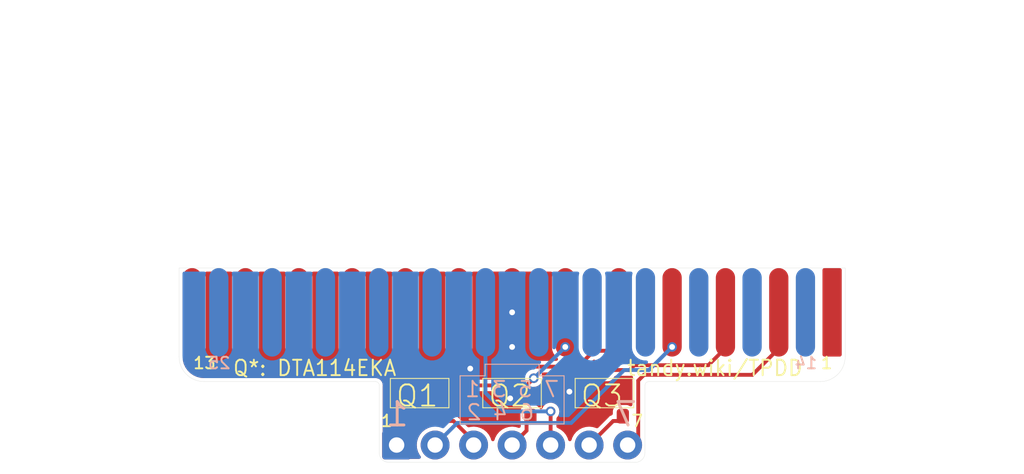
<source format=kicad_pcb>
(kicad_pcb (version 20221018) (generator pcbnew)
  (layers (0 "F.Cu" signal "Top") (31 "B.Cu" signal "Bottom") (34 "B.Paste" user) (35 "F.Paste" user) (36 "B.SilkS" user "B.Silkscreen") (37 "F.SilkS" user "F.Silkscreen") (38 "B.Mask" user) (39 "F.Mask" user) (44 "Edge.Cuts" user))
  (net 0 "")
  (net 1 "/TXD")
  (net 2 "/RXD_TTL")
  (net 3 "/DTR")
  (net 4 "/CTS_TTL")
  (net 5 "/DSR_TTL")
  (net 6 "/RTS")
  (net 7 "/GND")
  (net 8 "/DSR")
  (net 9 "/CTS")
  (net 10 "/RXD")
  (footprint "000_LOCAL:SC-59" (layer "F.Cu") (at 149.666 90.7315 90)
    (fp_text reference "Q3" (at 0.5 -1.3 unlocked) (layer "F.SilkS") (effects (font (size 1.1 1.1) (thickness 0.1)) (justify left top)))
    (fp_text value "DTA114EKA" hide)
    (fp_line (start -0.762 -1.524) (end -0.762 1.516) (stroke (width 0.0508)) (layer "F.SilkS"))
    (fp_line (start -0.762 -1.524) (end 0.762 -1.524) (stroke (width 0.0508)) (layer "F.SilkS"))
    (fp_line (start -0.762 1.516) (end 0.762 1.516) (stroke (width 0.0508)) (layer "F.SilkS"))
    (fp_line (start 0.762 -1.524) (end 0.762 1.516) (stroke (width 0.0508)) (layer "F.SilkS"))
    (pad "1" smd roundrect (at -1.2 -0.95 90) (size 0.762 0.635) (layers "F.Cu" "F.Paste" "F.Mask") (net 7 "/GND"))
    (pad "2" smd roundrect (at -1.2 0.95 90) (size 0.762 0.635) (layers "F.Cu" "F.Paste" "F.Mask") (net 2 "/RXD_TTL"))
    (pad "3" smd roundrect (at 1.2 0 90) (size 0.762 0.635) (layers "F.Cu" "F.Paste" "F.Mask") (net 10 "/RXD"))
  )
  (footprint "000_LOCAL:SC-59" (layer "F.Cu") (at 144.866 90.7315 90)
    (fp_text reference "Q2" (at 0.5 -1.3 unlocked) (layer "F.SilkS") (effects (font (size 1.1 1.1) (thickness 0.1)) (justify left top)))
    (fp_text value "DTA114EKA" hide)
    (fp_line (start -0.762 -1.524) (end -0.762 1.516) (stroke (width 0.0508)) (layer "F.SilkS"))
    (fp_line (start -0.762 -1.524) (end 0.762 -1.524) (stroke (width 0.0508)) (layer "F.SilkS"))
    (fp_line (start -0.762 1.516) (end 0.762 1.516) (stroke (width 0.0508)) (layer "F.SilkS"))
    (fp_line (start 0.762 -1.524) (end 0.762 1.516) (stroke (width 0.0508)) (layer "F.SilkS"))
    (pad "1" smd roundrect (at -1.2 -0.95 90) (size 0.762 0.635) (layers "F.Cu" "F.Paste" "F.Mask") (net 7 "/GND"))
    (pad "2" smd roundrect (at -1.2 0.95 90) (size 0.762 0.635) (layers "F.Cu" "F.Paste" "F.Mask") (net 4 "/CTS_TTL"))
    (pad "3" smd roundrect (at 1.2 0 90) (size 0.762 0.635) (layers "F.Cu" "F.Paste" "F.Mask") (net 9 "/CTS"))
  )
  (footprint "000_LOCAL:DSUB-25_Male_EdgeMount_P2.77mm" (layer "F.Cu") (at 144.866 86.0315 180)
    (fp_text reference "J2" hide)
    (fp_text value "DB25_Male" hide)
    (fp_text user "25" (at 15.85 -3.49) (layer "B.SilkS") (effects (font (size 0.6 0.6) (thickness 0.1)) (justify right bottom mirror)))
    (fp_text user "14" (at -14.62 -3.49) (layer "B.SilkS") (effects (font (size 0.6 0.6) (thickness 0.1)) (justify right bottom mirror)))
    (fp_text user "13" (at 15.34 -3.49) (layer "F.SilkS") (effects (font (size 0.6 0.6) (thickness 0.1)) (justify right bottom)))
    (fp_text user "1" (at -16.69 -3.49) (layer "F.SilkS") (effects (font (size 0.6 0.6) (thickness 0.1)) (justify right bottom)))
    (pad "1" smd roundrect (at -16.62 -0.5 180) (size 1 4.6) (layers "F.Cu" "F.Paste" "F.Mask") (roundrect_rratio 0.1))
    (pad "2" smd oval (at -13.85 -0.5 180) (size 1 4.6) (layers "F.Cu" "F.Paste" "F.Mask") (net 1 "/TXD"))
    (pad "3" smd oval (at -11.08 -0.5 180) (size 1 4.6) (layers "F.Cu" "F.Paste" "F.Mask") (net 10 "/RXD"))
    (pad "4" smd oval (at -8.31 -0.5 180) (size 1 4.6) (layers "F.Cu" "F.Paste" "F.Mask") (net 6 "/RTS"))
    (pad "5" smd oval (at -5.54 -0.5 180) (size 1 4.6) (layers "F.Cu" "F.Paste" "F.Mask") (net 9 "/CTS"))
    (pad "6" smd oval (at -2.77 -0.5 180) (size 1 4.6) (layers "F.Cu" "F.Paste" "F.Mask") (net 8 "/DSR"))
    (pad "7" smd oval (at 0 -0.5 180) (size 1 4.6) (layers "F.Cu" "F.Paste" "F.Mask") (net 7 "/GND"))
    (pad "8" smd oval (at 2.77 -0.5 180) (size 1 4.6) (layers "F.Cu" "F.Paste" "F.Mask"))
    (pad "9" smd oval (at 5.54 -0.5 180) (size 1 4.6) (layers "F.Cu" "F.Paste" "F.Mask"))
    (pad "10" smd oval (at 8.31 -0.5 180) (size 1 4.6) (layers "F.Cu" "F.Paste" "F.Mask"))
    (pad "11" smd oval (at 11.08 -0.5 180) (size 1 4.6) (layers "F.Cu" "F.Paste" "F.Mask"))
    (pad "12" smd oval (at 13.85 -0.5 180) (size 1 4.6) (layers "F.Cu" "F.Paste" "F.Mask"))
    (pad "13" smd oval (at 16.62 -0.5 180) (size 1 4.6) (layers "F.Cu" "F.Paste" "F.Mask"))
    (pad "14" smd oval (at -15.235 -0.5 180) (size 1 4.6) (layers "B.Cu" "B.Paste" "B.Mask"))
    (pad "15" smd oval (at -12.465 -0.5 180) (size 1 4.6) (layers "B.Cu" "B.Paste" "B.Mask"))
    (pad "16" smd oval (at -9.695 -0.5 180) (size 1 4.6) (layers "B.Cu" "B.Paste" "B.Mask"))
    (pad "17" smd oval (at -6.925 -0.5 180) (size 1 4.6) (layers "B.Cu" "B.Paste" "B.Mask"))
    (pad "18" smd oval (at -4.155 -0.5 180) (size 1 4.6) (layers "B.Cu" "B.Paste" "B.Mask"))
    (pad "19" smd oval (at -1.385 -0.5 180) (size 1 4.6) (layers "B.Cu" "B.Paste" "B.Mask"))
    (pad "20" smd oval (at 1.385 -0.5 180) (size 1 4.6) (layers "B.Cu" "B.Paste" "B.Mask") (net 3 "/DTR"))
    (pad "21" smd oval (at 4.155 -0.5 180) (size 1 4.6) (layers "B.Cu" "B.Paste" "B.Mask"))
    (pad "22" smd oval (at 6.925 -0.5 180) (size 1 4.6) (layers "B.Cu" "B.Paste" "B.Mask"))
    (pad "23" smd oval (at 9.695 -0.5 180) (size 1 4.6) (layers "B.Cu" "B.Paste" "B.Mask"))
    (pad "24" smd oval (at 12.465 -0.5 180) (size 1 4.6) (layers "B.Cu" "B.Paste" "B.Mask"))
    (pad "25" smd oval (at 15.235 -0.5 180) (size 1 4.6) (layers "B.Cu" "B.Paste" "B.Mask"))
  )
  (footprint "000_LOCAL:pins_1x7_2mm" (layer "F.Cu") (at 144.866 93.4315)
    (fp_text reference "J1" hide)
    (fp_text value "7 x wire pads" hide)
    (fp_text user "1" (at -6.51 -1.253 unlocked) (layer "F.SilkS") (effects (font (size 0.6 0.6) (thickness 0.1))))
    (fp_text user "7" (at 6.5 -1.253 unlocked) (layer "F.SilkS") (effects (font (size 0.6 0.6) (thickness 0.1))))
    (pad "1" thru_hole roundrect (at -6 0 90) (size 1.5 1.5) (drill 0.8) (layers "*.Cu" "*.Mask") (roundrect_rratio 0.1) (net 7 "/GND"))
    (pad "2" thru_hole circle (at -4 0 90) (size 1.5 1.5) (drill 0.8) (layers "*.Cu" "*.Mask") (net 6 "/RTS"))
    (pad "3" thru_hole circle (at -2 0 90) (size 1.5 1.5) (drill 0.8) (layers "*.Cu" "*.Mask") (net 5 "/DSR_TTL"))
    (pad "4" thru_hole circle (at 0 0 90) (size 1.5 1.5) (drill 0.8) (layers "*.Cu" "*.Mask") (net 4 "/CTS_TTL"))
    (pad "5" thru_hole circle (at 2 0 90) (size 1.5 1.5) (drill 0.8) (layers "*.Cu" "*.Mask") (net 3 "/DTR"))
    (pad "6" thru_hole circle (at 4 0 90) (size 1.5 1.5) (drill 0.8) (layers "*.Cu" "*.Mask") (net 2 "/RXD_TTL"))
    (pad "7" thru_hole circle (at 6 0 90) (size 1.5 1.5) (drill 0.8) (layers "*.Cu" "*.Mask") (net 1 "/TXD"))
  )
  (footprint "000_LOCAL:SC-59" (layer "F.Cu") (at 140.066 90.7315 90)
    (fp_text reference "Q1" (at 0.5 -1.3 unlocked) (layer "F.SilkS") (effects (font (size 1.1 1.1) (thickness 0.1)) (justify left top)))
    (fp_text value "DTA114EKA" hide)
    (fp_line (start -0.762 -1.524) (end -0.762 1.516) (stroke (width 0.0508)) (layer "F.SilkS"))
    (fp_line (start -0.762 -1.524) (end 0.762 -1.524) (stroke (width 0.0508)) (layer "F.SilkS"))
    (fp_line (start -0.762 1.516) (end 0.762 1.516) (stroke (width 0.0508)) (layer "F.SilkS"))
    (fp_line (start 0.762 -1.524) (end 0.762 1.516) (stroke (width 0.0508)) (layer "F.SilkS"))
    (pad "1" smd roundrect (at -1.2 -0.95 90) (size 0.762 0.635) (layers "F.Cu" "F.Paste" "F.Mask") (net 7 "/GND"))
    (pad "2" smd roundrect (at -1.2 0.95 90) (size 0.762 0.635) (layers "F.Cu" "F.Paste" "F.Mask") (net 5 "/DSR_TTL"))
    (pad "3" smd roundrect (at 1.2 0 90) (size 0.762 0.635) (layers "F.Cu" "F.Paste" "F.Mask") (net 8 "/DSR"))
  )
  (gr_line (start 147.566 89.8315) (end 147.566 92.3315) (stroke (width 0.0508)) (layer "B.SilkS"))
  (gr_line (start 143.466 89.2315) (end 146.266 89.2315) (stroke (width 0.0508)) (layer "B.SilkS"))
  (gr_line (start 143.466 89.2315) (end 143.466 89.8315) (stroke (width 0.0508)) (layer "B.SilkS"))
  (gr_line (start 142.166 89.8315) (end 143.466 89.8315) (stroke (width 0.0508)) (layer "B.SilkS"))
  (gr_line (start 142.166 89.8315) (end 142.166 92.3315) (stroke (width 0.0508)) (layer "B.SilkS"))
  (gr_line (start 146.266 89.8315) (end 147.566 89.8315) (stroke (width 0.0508)) (layer "B.SilkS"))
  (gr_line (start 146.266 89.2315) (end 146.266 89.8315) (stroke (width 0.0508)) (layer "B.SilkS"))
  (gr_line (start 147.566 92.3315) (end 142.166 92.3315) (stroke (width 0.0508)) (layer "B.SilkS"))
  (gr_line (start 151.766 90.3315) (end 151.766 93.8315) (stroke (width 0.0127)) (layer "Edge.Cuts"))
  (gr_line (start 128.866 90.1315) (end 137.766 90.1315) (stroke (width 0.0127)) (layer "Edge.Cuts"))
  (gr_line (start 137.966 90.3315) (end 137.966 93.8315) (stroke (width 0.0127)) (layer "Edge.Cuts"))
  (gr_arc (start 162.166 88.8315) (mid 161.785239 89.750739) (end 160.866 90.1315) (stroke (width 0.0127)) (layer "Edge.Cuts"))
  (gr_arc (start 138.466 94.3315) (mid 138.112447 94.185053) (end 137.966 93.8315) (stroke (width 0.0127)) (layer "Edge.Cuts"))
  (gr_line (start 162.166 88.8315) (end 162.166 84.2315) (stroke (width 0.0127)) (layer "Edge.Cuts"))
  (gr_arc (start 151.766 93.8315) (mid 151.619553 94.185053) (end 151.266 94.3315) (stroke (width 0.0127)) (layer "Edge.Cuts"))
  (gr_line (start 151.966 90.1315) (end 160.866 90.1315) (stroke (width 0.0127)) (layer "Edge.Cuts"))
  (gr_line (start 127.566 84.2315) (end 162.166 84.2315) (stroke (width 0.0127)) (layer "Edge.Cuts"))
  (gr_arc (start 128.866 90.1315) (mid 127.946761 89.750739) (end 127.566 88.8315) (stroke (width 0.0127)) (layer "Edge.Cuts"))
  (gr_line (start 127.566 84.2315) (end 127.566 88.8315) (stroke (width 0.0127)) (layer "Edge.Cuts"))
  (gr_line (start 151.266 94.3315) (end 138.466 94.3315) (stroke (width 0.0127)) (layer "Edge.Cuts"))
  (gr_arc (start 137.766 90.1315) (mid 137.907421 90.190079) (end 137.966 90.3315) (stroke (width 0.0127)) (layer "Edge.Cuts"))
  (gr_arc (start 151.766 90.3315) (mid 151.824579 90.190079) (end 151.966 90.1315) (stroke (width 0.0127)) (layer "Edge.Cuts"))
  (gr_text "  6 4 2" (at 144.866 91.7315) (layer "B.SilkS") (effects (font (size 0.8 0.8) (thickness 0.1)) (justify mirror)))
  (gr_text "7" (at 150.7715 91.8315) (layer "B.SilkS") (effects (font (size 1.2192 1.2192) (thickness 0.1524)) (justify mirror)))
  (gr_text "7 5 3 1" (at 144.866 90.5315) (layer "B.SilkS") (effects (font (size 0.8 0.8) (thickness 0.1)) (justify mirror)))
  (gr_text "1" (at 138.897 91.8315) (layer "B.SilkS") (effects (font (size 1.2192 1.2192) (thickness 0.1524)) (justify mirror)))
  (gr_text "Q*: DTA114EKA                     tandy.wiki/TPDD" (at 145.166 89.4315) (layer "F.SilkS") (effects (font (size 0.8 0.75) (thickness 0.1))))
  (segment (start 158.716 88.4115) (end 158.716 86.5315) (width 0.2) (layer "F.Cu") (net 1))
  (segment (start 150.866 93.4315) (end 151.416 93.4315) (width 0.2) (layer "F.Cu") (net 1))
  (segment (start 151.416 90.0815) (end 151.716 89.7815) (width 0.2) (layer "F.Cu") (net 1))
  (segment (start 151.716 89.7815) (end 157.346 89.7815) (width 0.2) (layer "F.Cu") (net 1))
  (segment (start 157.346 89.7815) (end 158.716 88.4115) (width 0.2) (layer "F.Cu") (net 1))
  (segment (start 151.416 93.4315) (end 151.416 90.0815) (width 0.2) (layer "F.Cu") (net 1))
  (segment (start 150.366 92.1815) (end 150.616 91.9315) (width 0.2) (layer "F.Cu") (net 2))
  (segment (start 150.116 92.1815) (end 150.366 92.1815) (width 0.2) (layer "F.Cu") (net 2))
  (segment (start 148.866 93.4315) (end 150.116 92.1815) (width 0.2) (layer "F.Cu") (net 2))
  (segment (start 146.866 91.6815) (end 146.866 93.4315) (width 0.2) (layer "F.Cu") (net 3))
  (via (at 146.866 91.6815) (size 0.5) (drill 0.3) (layers "F.Cu" "B.Cu") (net 3))
  (segment (start 143.481 90.7215) (end 143.481 86.5315) (width 0.2) (layer "B.Cu") (net 3))
  (segment (start 144.441 91.6815) (end 143.481 90.7215) (width 0.2) (layer "B.Cu") (net 3))
  (segment (start 146.866 91.6815) (end 144.441 91.6815) (width 0.2) (layer "B.Cu") (net 3))
  (segment (start 145.616 92.6815) (end 145.616 92.1315) (width 0.2) (layer "F.Cu") (net 4))
  (segment (start 144.866 93.4315) (end 145.616 92.6815) (width 0.2) (layer "F.Cu") (net 4))
  (segment (start 145.616 92.1315) (end 145.816 91.9315) (width 0.2) (layer "F.Cu") (net 4))
  (segment (start 141.266 92.1815) (end 141.816 92.1815) (width 0.2) (layer "F.Cu") (net 5))
  (segment (start 141.816 92.1815) (end 142.866 93.2315) (width 0.2) (layer "F.Cu") (net 5))
  (segment (start 141.016 91.9315) (end 141.266 92.1815) (width 0.2) (layer "F.Cu") (net 5))
  (segment (start 142.866 93.2315) (end 142.866 93.4315) (width 0.3) (layer "F.Cu") (net 5))
  (via (at 153.176 88.3315) (size 0.5) (drill 0.3) (layers "F.Cu" "B.Cu") (net 6))
  (segment (start 151.976 89.5315) (end 150.686 89.5315) (width 0.2) (layer "B.Cu") (net 6))
  (segment (start 150.686 89.5315) (end 147.936 92.2815) (width 0.2) (layer "B.Cu") (net 6))
  (segment (start 153.176 88.3315) (end 151.976 89.5315) (width 0.2) (layer "B.Cu") (net 6))
  (segment (start 142.016 92.2815) (end 140.866 93.4315) (width 0.2) (layer "B.Cu") (net 6))
  (segment (start 147.936 92.2815) (end 142.016 92.2815) (width 0.2) (layer "B.Cu") (net 6))
  (via (at 147.841 90.6565) (size 0.5) (drill 0.3) (layers "F.Cu" "B.Cu") (net 7))
  (via (at 144.766 91.0065) (size 0.5) (drill 0.3) (layers "F.Cu" "B.Cu") (net 7))
  (via (at 144.866 88.3315) (size 0.5) (drill 0.3) (layers "F.Cu" "B.Cu") (net 7))
  (via (at 144.866 86.5315) (size 0.5) (drill 0.3) (layers "F.Cu" "B.Cu") (net 7))
  (via (at 142.691 89.4565) (size 0.5) (drill 0.3) (layers "F.Cu" "B.Cu") (net 7))
  (segment (start 145.616 90.3315) (end 142.391 90.3315) (width 0.2) (layer "F.Cu") (net 8))
  (segment (start 142.391 90.3315) (end 141.841 89.7815) (width 0.2) (layer "F.Cu") (net 8))
  (segment (start 141.841 89.7815) (end 140.316 89.7815) (width 0.2) (layer "F.Cu") (net 8))
  (segment (start 145.991 89.9565) (end 145.616 90.3315) (width 0.2) (layer "F.Cu") (net 8))
  (segment (start 140.316 89.7815) (end 140.066 89.5315) (width 0.2) (layer "F.Cu") (net 8))
  (via (at 147.626 88.3315) (size 0.5) (drill 0.3) (layers "F.Cu" "B.Cu") (net 8))
  (via (at 145.991 89.9565) (size 0.5) (drill 0.3) (layers "F.Cu" "B.Cu") (net 8))
  (segment (start 145.991 89.9565) (end 146.001 89.9565) (width 0.2) (layer "B.Cu") (net 8))
  (segment (start 146.001 89.9565) (end 147.626 88.3315) (width 0.2) (layer "B.Cu") (net 8))
  (segment (start 150.166 88.5315) (end 150.406 88.2915) (width 0.2) (layer "F.Cu") (net 9))
  (segment (start 148.291 89.3565) (end 149.116 88.5315) (width 0.2) (layer "F.Cu") (net 9))
  (segment (start 150.406 88.2915) (end 150.406 86.5315) (width 0.2) (layer "F.Cu") (net 9))
  (segment (start 145.041 89.3565) (end 148.291 89.3565) (width 0.2) (layer "F.Cu") (net 9))
  (segment (start 149.116 88.5315) (end 150.166 88.5315) (width 0.2) (layer "F.Cu") (net 9))
  (segment (start 144.866 89.5315) (end 145.041 89.3565) (width 0.2) (layer "F.Cu") (net 9))
  (segment (start 155.946 88.3915) (end 155.946 86.5315) (width 0.2) (layer "F.Cu") (net 10))
  (segment (start 151.216 89.2815) (end 155.056 89.2815) (width 0.2) (layer "F.Cu") (net 10))
  (segment (start 149.666 89.5315) (end 150.966 89.5315) (width 0.2) (layer "F.Cu") (net 10))
  (segment (start 150.966 89.5315) (end 151.216 89.2815) (width 0.2) (layer "F.Cu") (net 10))
  (segment (start 155.056 89.2815) (end 155.946 88.3915) (width 0.2) (layer "F.Cu") (net 10))
  (zone (net 7) (net_name "/GND") (layer "F.Cu") (connect_pads yes (clearance 0.18)) (min_thickness 0.18) (fill yes (thermal_gap 0.508) (thermal_bridge_width 0.508) (smoothing fillet) (radius 0.09))
    (polygon (pts (xy 162.166 94.9315) (xy 127.566 94.9315) (xy 127.566 84.2315) (xy 162.166 84.2315)))
  )
  (zone (net 7) (net_name "/GND") (layer "B.Cu") (connect_pads yes (clearance 0.18)) (min_thickness 0.18) (fill yes (thermal_gap 0.508) (thermal_bridge_width 0.508) (smoothing fillet) (radius 0.09))
    (polygon (pts (xy 162.166 94.9315) (xy 127.566 94.9315) (xy 127.566 84.2315) (xy 162.166 84.2315)))
  )
)
</source>
